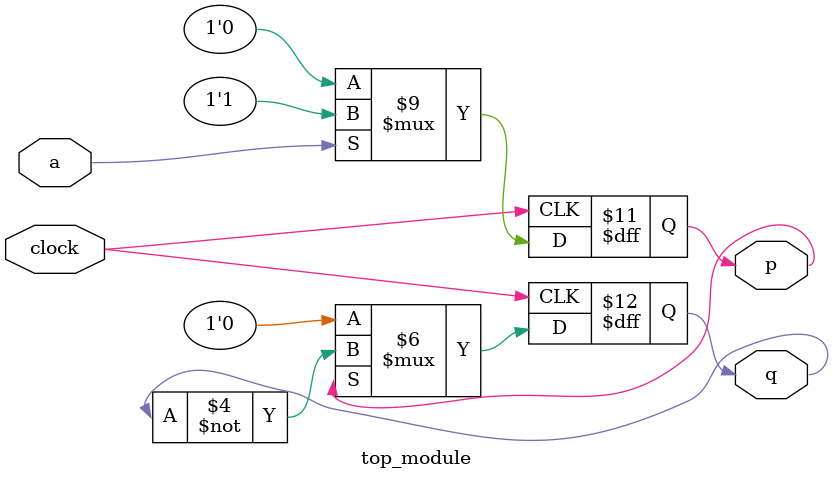
<source format=sv>
module top_module (
    input clock,
    input a, 
    output reg p,
    output reg q
);

always @(posedge clock) begin
    // Update p
    if (~a) begin
        p <= 0;
    end else begin
        p <= 1;
    end

    // Update q
    if (p == 0) begin
        q <= 0;
    end else begin
        q <= ~q;
    end
end

endmodule

</source>
